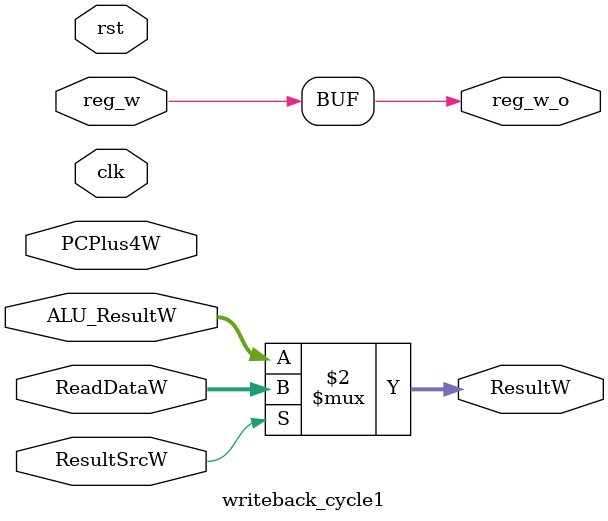
<source format=v>
module writeback_cycle1(clk, rst, ResultSrcW, reg_w,PCPlus4W, ALU_ResultW, ReadDataW, ResultW,reg_w_o);

// Declaration of IOs
input clk, rst, ResultSrcW,reg_w;
input [31:0] PCPlus4W, ALU_ResultW, ReadDataW;
output reg_w_o;

output [31:0] ResultW;

 assign ResultW = (ResultSrcW == 1'b0) ? ALU_ResultW : ReadDataW;
 assign  reg_w_o=reg_w;
endmodule
</source>
